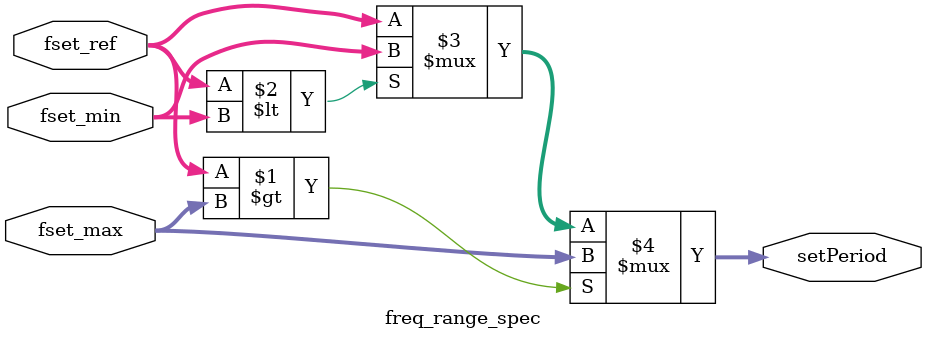
<source format=v>
module freq_range_spec(input [7:0] fset_ref, fset_max, fset_min, output [7:0] setPeriod);
  assign setPeriod = fset_ref > fset_max ? fset_max:
                      fset_ref < fset_min ? fset_min:
                      fset_ref; 
endmodule


</source>
